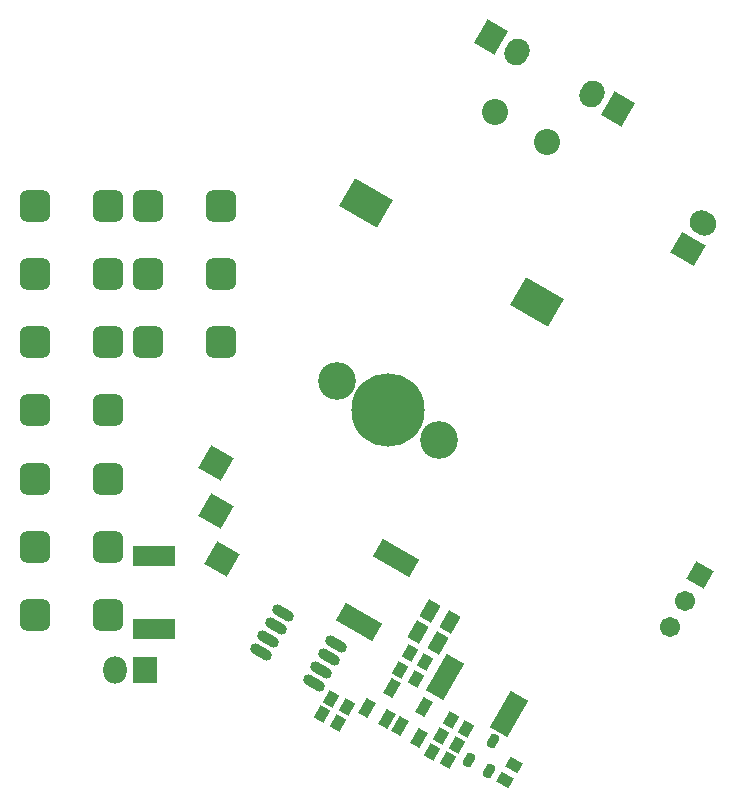
<source format=gbs>
G04*
G04 #@! TF.GenerationSoftware,Altium Limited,Altium Designer,21.1.1 (26)*
G04*
G04 Layer_Color=16711935*
%FSLAX25Y25*%
%MOIN*%
G70*
G04*
G04 #@! TF.SameCoordinates,FDC4DEE7-E93E-45EC-9828-44F572C0D175*
G04*
G04*
G04 #@! TF.FilePolarity,Negative*
G04*
G01*
G75*
G04:AMPARAMS|DCode=35|XSize=37.53mil|YSize=47.37mil|CornerRadius=0mil|HoleSize=0mil|Usage=FLASHONLY|Rotation=150.000|XOffset=0mil|YOffset=0mil|HoleType=Round|Shape=Rectangle|*
%AMROTATEDRECTD35*
4,1,4,0.02809,0.01113,0.00441,-0.02989,-0.02809,-0.01113,-0.00441,0.02989,0.02809,0.01113,0.0*
%
%ADD35ROTATEDRECTD35*%

G04:AMPARAMS|DCode=36|XSize=139.89mil|YSize=67.06mil|CornerRadius=0mil|HoleSize=0mil|Usage=FLASHONLY|Rotation=330.000|XOffset=0mil|YOffset=0mil|HoleType=Round|Shape=Rectangle|*
%AMROTATEDRECTD36*
4,1,4,-0.07734,0.00594,-0.04381,0.06401,0.07734,-0.00594,0.04381,-0.06401,-0.07734,0.00594,0.0*
%
%ADD36ROTATEDRECTD36*%

G04:AMPARAMS|DCode=37|XSize=139.89mil|YSize=67.06mil|CornerRadius=0mil|HoleSize=0mil|Usage=FLASHONLY|Rotation=60.000|XOffset=0mil|YOffset=0mil|HoleType=Round|Shape=Rectangle|*
%AMROTATEDRECTD37*
4,1,4,-0.00594,-0.07734,-0.06401,-0.04381,0.00594,0.07734,0.06401,0.04381,-0.00594,-0.07734,0.0*
%
%ADD37ROTATEDRECTD37*%

G04:AMPARAMS|DCode=38|XSize=100.56mil|YSize=108.43mil|CornerRadius=27.14mil|HoleSize=0mil|Usage=FLASHONLY|Rotation=0.000|XOffset=0mil|YOffset=0mil|HoleType=Round|Shape=RoundedRectangle|*
%AMROUNDEDRECTD38*
21,1,0.10056,0.05415,0,0,0.0*
21,1,0.04628,0.10843,0,0,0.0*
1,1,0.05428,0.02314,-0.02708*
1,1,0.05428,-0.02314,-0.02708*
1,1,0.05428,-0.02314,0.02708*
1,1,0.05428,0.02314,0.02708*
%
%ADD38ROUNDEDRECTD38*%
G04:AMPARAMS|DCode=39|XSize=37.53mil|YSize=47.37mil|CornerRadius=0mil|HoleSize=0mil|Usage=FLASHONLY|Rotation=240.000|XOffset=0mil|YOffset=0mil|HoleType=Round|Shape=Rectangle|*
%AMROTATEDRECTD39*
4,1,4,-0.01113,0.02809,0.02989,0.00441,0.01113,-0.02809,-0.02989,-0.00441,-0.01113,0.02809,0.0*
%
%ADD39ROTATEDRECTD39*%

%ADD41R,0.13989X0.06706*%
G04:AMPARAMS|DCode=49|XSize=145.8mil|YSize=106.42mil|CornerRadius=0mil|HoleSize=0mil|Usage=FLASHONLY|Rotation=150.000|XOffset=0mil|YOffset=0mil|HoleType=Round|Shape=Rectangle|*
%AMROTATEDRECTD49*
4,1,4,0.08974,0.00964,0.03653,-0.08253,-0.08974,-0.00964,-0.03653,0.08253,0.08974,0.00964,0.0*
%
%ADD49ROTATEDRECTD49*%

%ADD50P,0.12267X4X195.0*%
%ADD51C,0.24422*%
%ADD52C,0.12611*%
%ADD53C,0.08674*%
%ADD54P,0.09483X4X285.0*%
%ADD55C,0.06706*%
G04:AMPARAMS|DCode=56|XSize=78.87mil|YSize=90.68mil|CornerRadius=0mil|HoleSize=0mil|Usage=FLASHONLY|Rotation=150.000|XOffset=0mil|YOffset=0mil|HoleType=Round|Shape=Round|*
%AMOVALD56*
21,1,0.01181,0.07887,0.00000,0.00000,240.0*
1,1,0.07887,0.00295,0.00511*
1,1,0.07887,-0.00295,-0.00511*
%
%ADD56OVALD56*%

G04:AMPARAMS|DCode=57|XSize=78.87mil|YSize=90.68mil|CornerRadius=0mil|HoleSize=0mil|Usage=FLASHONLY|Rotation=150.000|XOffset=0mil|YOffset=0mil|HoleType=Round|Shape=Rectangle|*
%AMROTATEDRECTD57*
4,1,4,0.05682,0.01955,0.01148,-0.05898,-0.05682,-0.01955,-0.01148,0.05898,0.05682,0.01955,0.0*
%
%ADD57ROTATEDRECTD57*%

G04:AMPARAMS|DCode=58|XSize=78.87mil|YSize=90.68mil|CornerRadius=0mil|HoleSize=0mil|Usage=FLASHONLY|Rotation=60.000|XOffset=0mil|YOffset=0mil|HoleType=Round|Shape=Round|*
%AMOVALD58*
21,1,0.01181,0.07887,0.00000,0.00000,150.0*
1,1,0.07887,0.00511,-0.00295*
1,1,0.07887,-0.00511,0.00295*
%
%ADD58OVALD58*%

G04:AMPARAMS|DCode=59|XSize=78.87mil|YSize=90.68mil|CornerRadius=0mil|HoleSize=0mil|Usage=FLASHONLY|Rotation=60.000|XOffset=0mil|YOffset=0mil|HoleType=Round|Shape=Rectangle|*
%AMROTATEDRECTD59*
4,1,4,0.01955,-0.05682,-0.05898,-0.01148,-0.01955,0.05682,0.05898,0.01148,0.01955,-0.05682,0.0*
%
%ADD59ROTATEDRECTD59*%

%ADD60O,0.07887X0.09068*%
%ADD61R,0.07887X0.09068*%
G04:AMPARAMS|DCode=110|XSize=35.56mil|YSize=57.21mil|CornerRadius=0mil|HoleSize=0mil|Usage=FLASHONLY|Rotation=330.000|XOffset=0mil|YOffset=0mil|HoleType=Round|Shape=Rectangle|*
%AMROTATEDRECTD110*
4,1,4,-0.02970,-0.01588,-0.00109,0.03366,0.02970,0.01588,0.00109,-0.03366,-0.02970,-0.01588,0.0*
%
%ADD110ROTATEDRECTD110*%

G04:AMPARAMS|DCode=111|XSize=45.4mil|YSize=65.09mil|CornerRadius=0mil|HoleSize=0mil|Usage=FLASHONLY|Rotation=330.000|XOffset=0mil|YOffset=0mil|HoleType=Round|Shape=Rectangle|*
%AMROTATEDRECTD111*
4,1,4,-0.03593,-0.01683,-0.00339,0.03953,0.03593,0.01683,0.00339,-0.03953,-0.03593,-0.01683,0.0*
%
%ADD111ROTATEDRECTD111*%

G04:AMPARAMS|DCode=112|XSize=31.62mil|YSize=47.37mil|CornerRadius=9.91mil|HoleSize=0mil|Usage=FLASHONLY|Rotation=330.000|XOffset=0mil|YOffset=0mil|HoleType=Round|Shape=RoundedRectangle|*
%AMROUNDEDRECTD112*
21,1,0.03162,0.02756,0,0,330.0*
21,1,0.01181,0.04737,0,0,330.0*
1,1,0.01981,-0.00178,-0.01489*
1,1,0.01981,-0.01200,-0.00898*
1,1,0.01981,0.00178,0.01489*
1,1,0.01981,0.01200,0.00898*
%
%ADD112ROUNDEDRECTD112*%
G04:AMPARAMS|DCode=113|XSize=35.56mil|YSize=78.87mil|CornerRadius=0mil|HoleSize=0mil|Usage=FLASHONLY|Rotation=60.000|XOffset=0mil|YOffset=0mil|HoleType=Round|Shape=Round|*
%AMOVALD113*
21,1,0.04331,0.03556,0.00000,0.00000,150.0*
1,1,0.03556,0.01875,-0.01083*
1,1,0.03556,-0.01875,0.01083*
%
%ADD113OVALD113*%

D35*
X17941Y-108543D02*
D03*
X23055Y-111496D02*
D03*
X-21721Y-101298D02*
D03*
X-16606Y-104251D02*
D03*
X20053Y-116693D02*
D03*
X14939Y-113740D02*
D03*
X12608Y-83905D02*
D03*
X7494Y-80952D02*
D03*
X26234Y-106209D02*
D03*
X21120Y-103256D02*
D03*
X-13606Y-99055D02*
D03*
X-18721Y-96102D02*
D03*
X4203Y-86558D02*
D03*
X9317Y-89511D02*
D03*
D36*
X2651Y-49345D02*
D03*
X-9652Y-70655D02*
D03*
D37*
X40516Y-101173D02*
D03*
X19207Y-88869D02*
D03*
D38*
X-55591Y22750D02*
D03*
X-80000D02*
D03*
X-55591Y45500D02*
D03*
X-80000D02*
D03*
X-55591Y68250D02*
D03*
X-80000D02*
D03*
X-117500Y-68250D02*
D03*
X-93090D02*
D03*
X-117500Y-45500D02*
D03*
X-93090D02*
D03*
X-117500Y-22750D02*
D03*
X-93090D02*
D03*
X-117500Y0D02*
D03*
X-93090D02*
D03*
X-117500Y22750D02*
D03*
X-93090D02*
D03*
X-117500Y45500D02*
D03*
X-93090D02*
D03*
X-117500Y68250D02*
D03*
X-93090D02*
D03*
D39*
X42069Y-118219D02*
D03*
X39116Y-123334D02*
D03*
D41*
X-78000Y-48394D02*
D03*
X-78000Y-73000D02*
D03*
D49*
X49683Y36055D02*
D03*
X-7301Y68955D02*
D03*
D50*
X-57196Y-17465D02*
D03*
X-57173Y-33425D02*
D03*
X-55346Y-49492D02*
D03*
D51*
X0Y0D02*
D03*
D52*
X-17048Y9843D02*
D03*
X17048Y-9843D02*
D03*
D53*
X35840Y99501D02*
D03*
X53160Y89499D02*
D03*
D54*
X104000Y-54840D02*
D03*
D55*
X99000Y-63500D02*
D03*
X94000Y-72160D02*
D03*
D56*
X68000Y105500D02*
D03*
X43000Y119500D02*
D03*
D57*
X76660Y100500D02*
D03*
X34340Y124500D02*
D03*
D58*
X105000Y62500D02*
D03*
D59*
X100000Y53840D02*
D03*
D60*
X-91000Y-86500D02*
D03*
D61*
X-81000Y-86500D02*
D03*
D110*
X1307Y-92482D02*
D03*
X-6853Y-99136D02*
D03*
X-375Y-102876D02*
D03*
X12130Y-98730D02*
D03*
X3970Y-105384D02*
D03*
X10448Y-109124D02*
D03*
D111*
X14003Y-66812D02*
D03*
X20651Y-70651D02*
D03*
X10003Y-73741D02*
D03*
X16651Y-77579D02*
D03*
D112*
X33718Y-120342D02*
D03*
X27240Y-116601D02*
D03*
X35203Y-110289D02*
D03*
D113*
X-17052Y-77750D02*
D03*
X-19552Y-82081D02*
D03*
X-22052Y-86411D02*
D03*
X-24552Y-90741D02*
D03*
X-34782Y-67514D02*
D03*
X-37282Y-71844D02*
D03*
X-39782Y-76174D02*
D03*
X-42282Y-80505D02*
D03*
M02*

</source>
